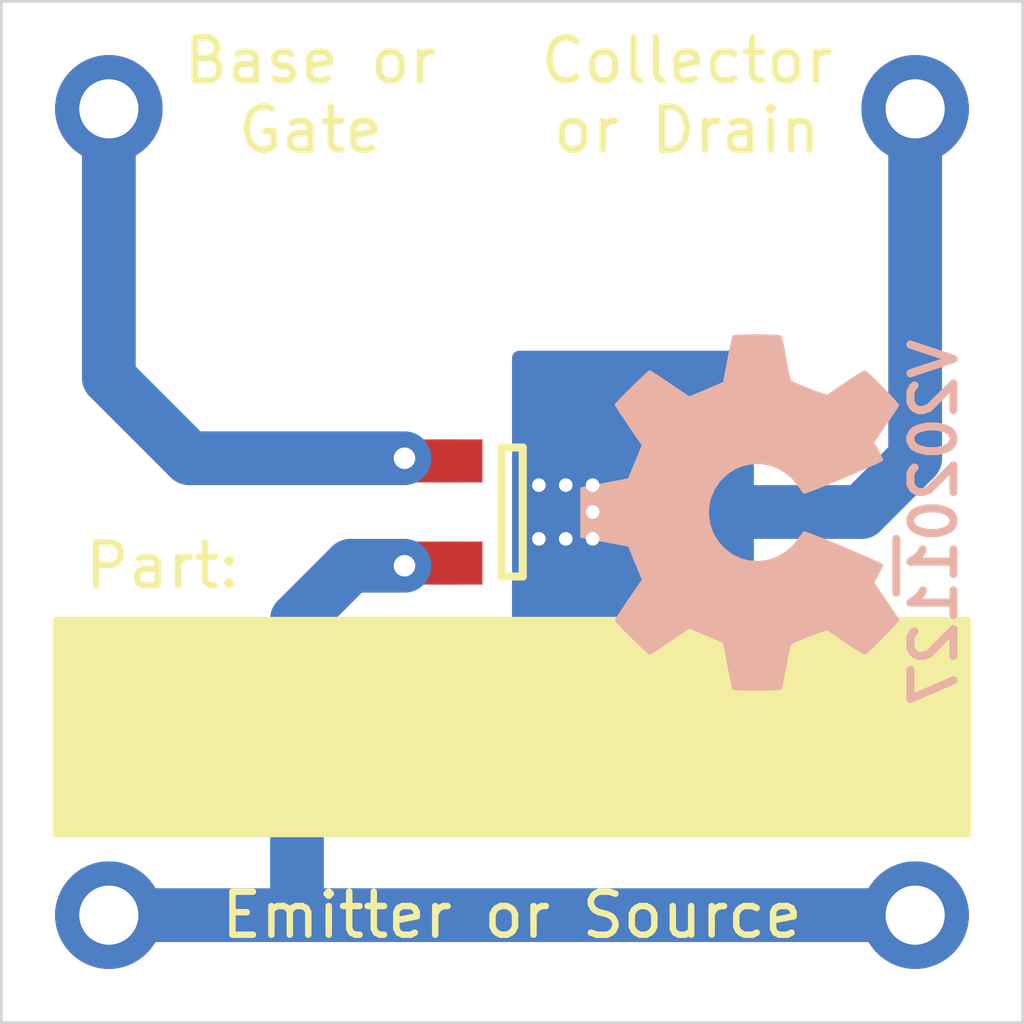
<source format=kicad_pcb>
(kicad_pcb (version 20171130) (host pcbnew 5.1.8-db9833491~87~ubuntu20.04.1)

  (general
    (thickness 1.6)
    (drawings 9)
    (tracks 24)
    (zones 0)
    (modules 7)
    (nets 4)
  )

  (page A4)
  (layers
    (0 F.Cu signal)
    (31 B.Cu signal)
    (32 B.Adhes user)
    (33 F.Adhes user)
    (34 B.Paste user)
    (35 F.Paste user)
    (36 B.SilkS user)
    (37 F.SilkS user)
    (38 B.Mask user)
    (39 F.Mask user)
    (40 Dwgs.User user)
    (41 Cmts.User user)
    (42 Eco1.User user)
    (43 Eco2.User user)
    (44 Edge.Cuts user)
    (45 Margin user)
    (46 B.CrtYd user)
    (47 F.CrtYd user)
    (48 B.Fab user)
    (49 F.Fab user)
  )

  (setup
    (last_trace_width 0.25)
    (user_trace_width 0.2)
    (user_trace_width 0.3)
    (user_trace_width 0.4)
    (user_trace_width 0.6)
    (user_trace_width 0.8)
    (user_trace_width 1)
    (user_trace_width 1.2)
    (user_trace_width 1.4)
    (user_trace_width 1.6)
    (user_trace_width 2)
    (trace_clearance 0.2)
    (zone_clearance 0.508)
    (zone_45_only no)
    (trace_min 0.1524)
    (via_size 0.8)
    (via_drill 0.4)
    (via_min_size 0.381)
    (via_min_drill 0.254)
    (user_via 0.4 0.254)
    (user_via 0.5 0.3)
    (user_via 0.6 0.4)
    (user_via 0.8 0.6)
    (user_via 1.1 0.8)
    (user_via 1.3 1)
    (user_via 1.5 1.2)
    (user_via 1.7 1.4)
    (user_via 1.9 1.6)
    (user_via 2.5 2)
    (uvia_size 0.3)
    (uvia_drill 0.1)
    (uvias_allowed no)
    (uvia_min_size 0.2)
    (uvia_min_drill 0.1)
    (edge_width 0.05)
    (segment_width 0.2)
    (pcb_text_width 0.3)
    (pcb_text_size 1.5 1.5)
    (mod_edge_width 0.25)
    (mod_text_size 0.8 0.8)
    (mod_text_width 0.12)
    (pad_size 0.8 0.9)
    (pad_drill 0)
    (pad_to_mask_clearance 0.0762)
    (solder_mask_min_width 0.1016)
    (pad_to_paste_clearance_ratio -0.1)
    (aux_axis_origin 0 0)
    (visible_elements FFFFFF7F)
    (pcbplotparams
      (layerselection 0x010fc_ffffffff)
      (usegerberextensions false)
      (usegerberattributes true)
      (usegerberadvancedattributes true)
      (creategerberjobfile true)
      (excludeedgelayer true)
      (linewidth 0.100000)
      (plotframeref false)
      (viasonmask false)
      (mode 1)
      (useauxorigin false)
      (hpglpennumber 1)
      (hpglpenspeed 20)
      (hpglpendiameter 15.000000)
      (psnegative false)
      (psa4output false)
      (plotreference true)
      (plotvalue true)
      (plotinvisibletext false)
      (padsonsilk false)
      (subtractmaskfromsilk false)
      (outputformat 1)
      (mirror false)
      (drillshape 1)
      (scaleselection 1)
      (outputdirectory ""))
  )

  (net 0 "")
  (net 1 /B)
  (net 2 /E)
  (net 3 /C)

  (net_class Default "This is the default net class."
    (clearance 0.2)
    (trace_width 0.25)
    (via_dia 0.8)
    (via_drill 0.4)
    (uvia_dia 0.3)
    (uvia_drill 0.1)
    (add_net /B)
    (add_net /C)
    (add_net /E)
  )

  (module SquantorIC:SOT23-3 (layer F.Cu) (tedit 5FBA7FFC) (tstamp 5FBAE027)
    (at 149.5 70.5 270)
    (path /5FBA8E50)
    (fp_text reference Q1 (at 0 0 90) (layer F.Fab)
      (effects (font (size 1 1) (thickness 0.15)))
    )
    (fp_text value Q_NPN_BEC (at 0 2.5 90) (layer F.Fab)
      (effects (font (size 1 1) (thickness 0.15)))
    )
    (fp_line (start 1.7 -1.1) (end 1.7 1.8) (layer F.CrtYd) (width 0.05))
    (fp_line (start 0.7 -1.1) (end 1.7 -1.1) (layer F.CrtYd) (width 0.05))
    (fp_line (start 0.7 -1.8) (end 0.7 -1.1) (layer F.CrtYd) (width 0.05))
    (fp_line (start -0.7 -1.8) (end 0.7 -1.8) (layer F.CrtYd) (width 0.05))
    (fp_line (start -0.7 -1.1) (end -0.7 -1.8) (layer F.CrtYd) (width 0.05))
    (fp_line (start -1.7 -1.1) (end -0.7 -1.1) (layer F.CrtYd) (width 0.05))
    (fp_line (start -1.7 1.8) (end -1.7 -1.1) (layer F.CrtYd) (width 0.05))
    (fp_line (start -1.7 1.8) (end 1.7 1.8) (layer F.CrtYd) (width 0.05))
    (fp_line (start -1.2 0.2) (end -1.2 -0.2) (layer F.SilkS) (width 0.15))
    (fp_line (start 1.2 0.2) (end -1.2 0.2) (layer F.SilkS) (width 0.15))
    (fp_line (start 1.2 -0.2) (end 1.2 0.2) (layer F.SilkS) (width 0.15))
    (fp_line (start -1.2 -0.2) (end 1.2 -0.2) (layer F.SilkS) (width 0.15))
    (pad 3 smd rect (at 0 -1 270) (size 0.8 0.9) (layers F.Cu F.Paste F.Mask)
      (net 3 /C) (zone_connect 2))
    (pad 2 smd rect (at 0.95 1 270) (size 0.8 0.9) (layers F.Cu F.Paste F.Mask)
      (net 2 /E))
    (pad 1 smd rect (at -0.95 1 270) (size 0.8 0.9) (layers F.Cu F.Paste F.Mask)
      (net 1 /B))
    (model ${KISYS3DMOD}/Package_TO_SOT_SMD.3dshapes/SOT-23.step
      (at (xyz 0 0 0))
      (scale (xyz 1 1 1))
      (rotate (xyz 0 0 -90))
    )
  )

  (module mill-max:PC_pin_nail_head_6092 locked (layer F.Cu) (tedit 5FB583BD) (tstamp 5FB5E4C9)
    (at 157 78)
    (path /5FB5975F)
    (fp_text reference J4 (at -3 0) (layer F.Fab)
      (effects (font (size 1 1) (thickness 0.15)))
    )
    (fp_text value "E or S" (at -3.25 0) (layer F.Fab)
      (effects (font (size 1 1) (thickness 0.15)))
    )
    (fp_circle (center 0 0) (end 1.3 0) (layer B.CrtYd) (width 0.025))
    (fp_circle (center 0 0) (end 1.3 0) (layer F.CrtYd) (width 0.025))
    (pad 1 thru_hole circle (at 0 0) (size 2 2) (drill 1.1) (layers *.Cu *.Mask)
      (net 2 /E))
  )

  (module mill-max:PC_pin_nail_head_6092 locked (layer F.Cu) (tedit 5FB583BD) (tstamp 5FB5E4C2)
    (at 157 63)
    (path /5FB592C5)
    (fp_text reference J3 (at -3 0) (layer F.Fab)
      (effects (font (size 1 1) (thickness 0.15)))
    )
    (fp_text value "C or D" (at -2.75 0) (layer F.Fab)
      (effects (font (size 1 1) (thickness 0.15)))
    )
    (fp_circle (center 0 0) (end 1.3 0) (layer B.CrtYd) (width 0.025))
    (fp_circle (center 0 0) (end 1.3 0) (layer F.CrtYd) (width 0.025))
    (pad 1 thru_hole circle (at 0 0) (size 2 2) (drill 1.1) (layers *.Cu *.Mask)
      (net 3 /C))
  )

  (module mill-max:PC_pin_nail_head_6092 locked (layer F.Cu) (tedit 5FB583BD) (tstamp 5FB5E4BB)
    (at 142 78)
    (path /5FB58352)
    (fp_text reference J2 (at 3 0) (layer F.Fab)
      (effects (font (size 1 1) (thickness 0.15)))
    )
    (fp_text value "E or S" (at 3 0) (layer F.Fab)
      (effects (font (size 1 1) (thickness 0.15)))
    )
    (fp_circle (center 0 0) (end 1.3 0) (layer B.CrtYd) (width 0.025))
    (fp_circle (center 0 0) (end 1.3 0) (layer F.CrtYd) (width 0.025))
    (pad 1 thru_hole circle (at 0 0) (size 2 2) (drill 1.1) (layers *.Cu *.Mask)
      (net 2 /E))
  )

  (module mill-max:PC_pin_nail_head_6092 locked (layer F.Cu) (tedit 5FB583BD) (tstamp 5FB5E4B4)
    (at 142 63)
    (path /5FB58B49)
    (fp_text reference J1 (at 3 0) (layer F.Fab)
      (effects (font (size 1 1) (thickness 0.15)))
    )
    (fp_text value "B or G" (at 3 0) (layer F.Fab)
      (effects (font (size 1 1) (thickness 0.15)))
    )
    (fp_circle (center 0 0) (end 1.3 0) (layer B.CrtYd) (width 0.025))
    (fp_circle (center 0 0) (end 1.3 0) (layer F.CrtYd) (width 0.025))
    (pad 1 thru_hole circle (at 0 0) (size 2 2) (drill 1.1) (layers *.Cu *.Mask)
      (net 1 /B))
  )

  (module Symbol:OSHW-Symbol_6.7x6mm_SilkScreen (layer B.Cu) (tedit 0) (tstamp 5EE12086)
    (at 153.75 70.5 270)
    (descr "Open Source Hardware Symbol")
    (tags "Logo Symbol OSHW")
    (path /5EE13678)
    (attr virtual)
    (fp_text reference N2 (at 0 0 90) (layer B.SilkS) hide
      (effects (font (size 1 1) (thickness 0.15)) (justify mirror))
    )
    (fp_text value OHWLOGO (at 0.75 0 90) (layer B.Fab) hide
      (effects (font (size 1 1) (thickness 0.15)) (justify mirror))
    )
    (fp_poly (pts (xy 0.555814 2.531069) (xy 0.639635 2.086445) (xy 0.94892 1.958947) (xy 1.258206 1.831449)
      (xy 1.629246 2.083754) (xy 1.733157 2.154004) (xy 1.827087 2.216728) (xy 1.906652 2.269062)
      (xy 1.96747 2.308143) (xy 2.005157 2.331107) (xy 2.015421 2.336058) (xy 2.03391 2.323324)
      (xy 2.07342 2.288118) (xy 2.129522 2.234938) (xy 2.197787 2.168282) (xy 2.273786 2.092646)
      (xy 2.353092 2.012528) (xy 2.431275 1.932426) (xy 2.503907 1.856836) (xy 2.566559 1.790255)
      (xy 2.614803 1.737182) (xy 2.64421 1.702113) (xy 2.651241 1.690377) (xy 2.641123 1.66874)
      (xy 2.612759 1.621338) (xy 2.569129 1.552807) (xy 2.513218 1.467785) (xy 2.448006 1.370907)
      (xy 2.410219 1.31565) (xy 2.341343 1.214752) (xy 2.28014 1.123701) (xy 2.229578 1.04703)
      (xy 2.192628 0.989272) (xy 2.172258 0.954957) (xy 2.169197 0.947746) (xy 2.176136 0.927252)
      (xy 2.195051 0.879487) (xy 2.223087 0.811168) (xy 2.257391 0.729011) (xy 2.295109 0.63973)
      (xy 2.333387 0.550042) (xy 2.36937 0.466662) (xy 2.400206 0.396306) (xy 2.423039 0.34569)
      (xy 2.435017 0.321529) (xy 2.435724 0.320578) (xy 2.454531 0.315964) (xy 2.504618 0.305672)
      (xy 2.580793 0.290713) (xy 2.677865 0.272099) (xy 2.790643 0.250841) (xy 2.856442 0.238582)
      (xy 2.97695 0.215638) (xy 3.085797 0.193805) (xy 3.177476 0.174278) (xy 3.246481 0.158252)
      (xy 3.287304 0.146921) (xy 3.295511 0.143326) (xy 3.303548 0.118994) (xy 3.310033 0.064041)
      (xy 3.31497 -0.015108) (xy 3.318364 -0.112026) (xy 3.320218 -0.220287) (xy 3.320538 -0.333465)
      (xy 3.319327 -0.445135) (xy 3.31659 -0.548868) (xy 3.312331 -0.638241) (xy 3.306555 -0.706826)
      (xy 3.299267 -0.748197) (xy 3.294895 -0.75681) (xy 3.268764 -0.767133) (xy 3.213393 -0.781892)
      (xy 3.136107 -0.799352) (xy 3.04423 -0.81778) (xy 3.012158 -0.823741) (xy 2.857524 -0.852066)
      (xy 2.735375 -0.874876) (xy 2.641673 -0.89308) (xy 2.572384 -0.907583) (xy 2.523471 -0.919292)
      (xy 2.490897 -0.929115) (xy 2.470628 -0.937956) (xy 2.458626 -0.946724) (xy 2.456947 -0.948457)
      (xy 2.440184 -0.976371) (xy 2.414614 -1.030695) (xy 2.382788 -1.104777) (xy 2.34726 -1.191965)
      (xy 2.310583 -1.285608) (xy 2.275311 -1.379052) (xy 2.243996 -1.465647) (xy 2.219193 -1.53874)
      (xy 2.203454 -1.591678) (xy 2.199332 -1.617811) (xy 2.199676 -1.618726) (xy 2.213641 -1.640086)
      (xy 2.245322 -1.687084) (xy 2.291391 -1.754827) (xy 2.348518 -1.838423) (xy 2.413373 -1.932982)
      (xy 2.431843 -1.959854) (xy 2.497699 -2.057275) (xy 2.55565 -2.146163) (xy 2.602538 -2.221412)
      (xy 2.635207 -2.27792) (xy 2.6505 -2.310581) (xy 2.651241 -2.314593) (xy 2.638392 -2.335684)
      (xy 2.602888 -2.377464) (xy 2.549293 -2.435445) (xy 2.482171 -2.505135) (xy 2.406087 -2.582045)
      (xy 2.325604 -2.661683) (xy 2.245287 -2.739561) (xy 2.169699 -2.811186) (xy 2.103405 -2.87207)
      (xy 2.050969 -2.917721) (xy 2.016955 -2.94365) (xy 2.007545 -2.947883) (xy 1.985643 -2.937912)
      (xy 1.9408 -2.91102) (xy 1.880321 -2.871736) (xy 1.833789 -2.840117) (xy 1.749475 -2.782098)
      (xy 1.649626 -2.713784) (xy 1.549473 -2.645579) (xy 1.495627 -2.609075) (xy 1.313371 -2.4858)
      (xy 1.160381 -2.56852) (xy 1.090682 -2.604759) (xy 1.031414 -2.632926) (xy 0.991311 -2.648991)
      (xy 0.981103 -2.651226) (xy 0.968829 -2.634722) (xy 0.944613 -2.588082) (xy 0.910263 -2.515609)
      (xy 0.867588 -2.421606) (xy 0.818394 -2.310374) (xy 0.76449 -2.186215) (xy 0.707684 -2.053432)
      (xy 0.649782 -1.916327) (xy 0.592593 -1.779202) (xy 0.537924 -1.646358) (xy 0.487584 -1.522098)
      (xy 0.44338 -1.410725) (xy 0.407119 -1.316539) (xy 0.380609 -1.243844) (xy 0.365658 -1.196941)
      (xy 0.363254 -1.180833) (xy 0.382311 -1.160286) (xy 0.424036 -1.126933) (xy 0.479706 -1.087702)
      (xy 0.484378 -1.084599) (xy 0.628264 -0.969423) (xy 0.744283 -0.835053) (xy 0.83143 -0.685784)
      (xy 0.888699 -0.525913) (xy 0.915086 -0.359737) (xy 0.909585 -0.191552) (xy 0.87119 -0.025655)
      (xy 0.798895 0.133658) (xy 0.777626 0.168513) (xy 0.666996 0.309263) (xy 0.536302 0.422286)
      (xy 0.390064 0.506997) (xy 0.232808 0.562806) (xy 0.069057 0.589126) (xy -0.096667 0.58537)
      (xy -0.259838 0.55095) (xy -0.415935 0.485277) (xy -0.560433 0.387765) (xy -0.605131 0.348187)
      (xy -0.718888 0.224297) (xy -0.801782 0.093876) (xy -0.858644 -0.052315) (xy -0.890313 -0.197088)
      (xy -0.898131 -0.35986) (xy -0.872062 -0.52344) (xy -0.814755 -0.682298) (xy -0.728856 -0.830906)
      (xy -0.617014 -0.963735) (xy -0.481877 -1.075256) (xy -0.464117 -1.087011) (xy -0.40785 -1.125508)
      (xy -0.365077 -1.158863) (xy -0.344628 -1.18016) (xy -0.344331 -1.180833) (xy -0.348721 -1.203871)
      (xy -0.366124 -1.256157) (xy -0.394732 -1.33339) (xy -0.432735 -1.431268) (xy -0.478326 -1.545491)
      (xy -0.529697 -1.671758) (xy -0.585038 -1.805767) (xy -0.642542 -1.943218) (xy -0.700399 -2.079808)
      (xy -0.756802 -2.211237) (xy -0.809942 -2.333205) (xy -0.85801 -2.441409) (xy -0.899199 -2.531549)
      (xy -0.931699 -2.599323) (xy -0.953703 -2.64043) (xy -0.962564 -2.651226) (xy -0.98964 -2.642819)
      (xy -1.040303 -2.620272) (xy -1.105817 -2.587613) (xy -1.141841 -2.56852) (xy -1.294832 -2.4858)
      (xy -1.477088 -2.609075) (xy -1.570125 -2.672228) (xy -1.671985 -2.741727) (xy -1.767438 -2.807165)
      (xy -1.81525 -2.840117) (xy -1.882495 -2.885273) (xy -1.939436 -2.921057) (xy -1.978646 -2.942938)
      (xy -1.991381 -2.947563) (xy -2.009917 -2.935085) (xy -2.050941 -2.900252) (xy -2.110475 -2.846678)
      (xy -2.184542 -2.777983) (xy -2.269165 -2.697781) (xy -2.322685 -2.646286) (xy -2.416319 -2.554286)
      (xy -2.497241 -2.471999) (xy -2.562177 -2.402945) (xy -2.607858 -2.350644) (xy -2.631011 -2.318616)
      (xy -2.633232 -2.312116) (xy -2.622924 -2.287394) (xy -2.594439 -2.237405) (xy -2.550937 -2.167212)
      (xy -2.495577 -2.081875) (xy -2.43152 -1.986456) (xy -2.413303 -1.959854) (xy -2.346927 -1.863167)
      (xy -2.287378 -1.776117) (xy -2.237984 -1.703595) (xy -2.202075 -1.650493) (xy -2.182981 -1.621703)
      (xy -2.181136 -1.618726) (xy -2.183895 -1.595782) (xy -2.198538 -1.545336) (xy -2.222513 -1.474041)
      (xy -2.253266 -1.388547) (xy -2.288244 -1.295507) (xy -2.324893 -1.201574) (xy -2.360661 -1.113399)
      (xy -2.392994 -1.037634) (xy -2.419338 -0.980931) (xy -2.437142 -0.949943) (xy -2.438407 -0.948457)
      (xy -2.449294 -0.939601) (xy -2.467682 -0.930843) (xy -2.497606 -0.921277) (xy -2.543103 -0.909996)
      (xy -2.608209 -0.896093) (xy -2.696961 -0.878663) (xy -2.813393 -0.856798) (xy -2.961542 -0.829591)
      (xy -2.993618 -0.823741) (xy -3.088686 -0.805374) (xy -3.171565 -0.787405) (xy -3.23493 -0.771569)
      (xy -3.271458 -0.7596) (xy -3.276356 -0.75681) (xy -3.284427 -0.732072) (xy -3.290987 -0.67679)
      (xy -3.296033 -0.597389) (xy -3.299559 -0.500296) (xy -3.301561 -0.391938) (xy -3.302036 -0.27874)
      (xy -3.300977 -0.167128) (xy -3.298382 -0.063529) (xy -3.294246 0.025632) (xy -3.288563 0.093928)
      (xy -3.281331 0.134934) (xy -3.276971 0.143326) (xy -3.252698 0.151792) (xy -3.197426 0.165565)
      (xy -3.116662 0.18345) (xy -3.015912 0.204252) (xy -2.900683 0.226777) (xy -2.837902 0.238582)
      (xy -2.718787 0.260849) (xy -2.612565 0.281021) (xy -2.524427 0.298085) (xy -2.459566 0.311031)
      (xy -2.423174 0.318845) (xy -2.417184 0.320578) (xy -2.407061 0.34011) (xy -2.385662 0.387157)
      (xy -2.355839 0.454997) (xy -2.320445 0.536909) (xy -2.282332 0.626172) (xy -2.244353 0.716065)
      (xy -2.20936 0.799865) (xy -2.180206 0.870853) (xy -2.159743 0.922306) (xy -2.150823 0.947503)
      (xy -2.150657 0.948604) (xy -2.160769 0.968481) (xy -2.189117 1.014223) (xy -2.232723 1.081283)
      (xy -2.288606 1.165116) (xy -2.353787 1.261174) (xy -2.391679 1.31635) (xy -2.460725 1.417519)
      (xy -2.52205 1.50937) (xy -2.572663 1.587256) (xy -2.609571 1.646531) (xy -2.629782 1.682549)
      (xy -2.632701 1.690623) (xy -2.620153 1.709416) (xy -2.585463 1.749543) (xy -2.533063 1.806507)
      (xy -2.467384 1.875815) (xy -2.392856 1.952969) (xy -2.313913 2.033475) (xy -2.234983 2.112837)
      (xy -2.1605 2.18656) (xy -2.094894 2.250148) (xy -2.042596 2.299106) (xy -2.008039 2.328939)
      (xy -1.996478 2.336058) (xy -1.977654 2.326047) (xy -1.932631 2.297922) (xy -1.865787 2.254546)
      (xy -1.781499 2.198782) (xy -1.684144 2.133494) (xy -1.610707 2.083754) (xy -1.239667 1.831449)
      (xy -0.621095 2.086445) (xy -0.537275 2.531069) (xy -0.453454 2.975693) (xy 0.471994 2.975693)
      (xy 0.555814 2.531069)) (layer B.SilkS) (width 0.01))
  )

  (module SquantorLabels:Label_Generic (layer B.Cu) (tedit 5D8A7D4C) (tstamp 5EE12051)
    (at 157.25 71.5 90)
    (descr "Label for general purpose use")
    (tags Label)
    (path /5EE12BF3)
    (attr smd)
    (fp_text reference N1 (at 0 -1.85 90) (layer B.Fab) hide
      (effects (font (size 1 1) (thickness 0.15)) (justify mirror))
    )
    (fp_text value V20201127 (at 0.8 0.1 90) (layer B.SilkS)
      (effects (font (size 0.8 0.8) (thickness 0.15)) (justify mirror))
    )
    (fp_line (start -0.5 -0.6) (end 0.5 -0.6) (layer B.SilkS) (width 0.15))
  )

  (gr_text Part: (at 143 71.5) (layer F.SilkS)
    (effects (font (size 0.8 0.8) (thickness 0.12)))
  )
  (gr_poly (pts (xy 158 76.5) (xy 141 76.5) (xy 141 72.5) (xy 158 72.5)) (layer F.SilkS) (width 0.1))
  (gr_text "Emitter or Source" (at 149.5 78) (layer F.SilkS)
    (effects (font (size 0.8 0.8) (thickness 0.12)))
  )
  (gr_text "Collector\nor Drain" (at 152.75 62.75) (layer F.SilkS)
    (effects (font (size 0.8 0.8) (thickness 0.12)))
  )
  (gr_text "Base or\nGate" (at 145.75 62.75) (layer F.SilkS)
    (effects (font (size 0.8 0.8) (thickness 0.12)))
  )
  (gr_line (start 159 61) (end 140 61) (layer Edge.Cuts) (width 0.05) (tstamp 5FB5E506))
  (gr_line (start 159 61) (end 159 80) (layer Edge.Cuts) (width 0.05) (tstamp 5FB5E4FA))
  (gr_line (start 140 80) (end 159 80) (layer Edge.Cuts) (width 0.05) (tstamp 5FB5E4F5))
  (gr_line (start 140 80) (end 140 61) (layer Edge.Cuts) (width 0.05))

  (via (at 147.5 69.5) (size 0.6) (drill 0.4) (layers F.Cu B.Cu) (net 1) (tstamp 5FBAE28A))
  (segment (start 147.55 69.55) (end 147.5 69.5) (width 0.8) (layer F.Cu) (net 1))
  (segment (start 148.5 69.55) (end 147.55 69.55) (width 0.8) (layer F.Cu) (net 1))
  (segment (start 142 63) (end 142 68) (width 1) (layer B.Cu) (net 1))
  (segment (start 143.5 69.5) (end 147.5 69.5) (width 1) (layer B.Cu) (net 1))
  (segment (start 142 68) (end 143.5 69.5) (width 1) (layer B.Cu) (net 1))
  (via (at 147.5 71.5) (size 0.6) (drill 0.4) (layers F.Cu B.Cu) (net 2))
  (segment (start 147.55 71.45) (end 147.5 71.5) (width 0.8) (layer F.Cu) (net 2))
  (segment (start 148.5 71.45) (end 147.55 71.45) (width 0.8) (layer F.Cu) (net 2))
  (segment (start 145.5 78) (end 145.5 72.5) (width 1) (layer B.Cu) (net 2))
  (segment (start 142 78) (end 145.5 78) (width 1) (layer B.Cu) (net 2))
  (segment (start 145.5 78) (end 157 78) (width 1) (layer B.Cu) (net 2))
  (segment (start 146.5 71.5) (end 147.5 71.5) (width 1) (layer B.Cu) (net 2))
  (segment (start 145.5 72.5) (end 146.5 71.5) (width 1) (layer B.Cu) (net 2))
  (via (at 150 70) (size 0.4) (drill 0.254) (layers F.Cu B.Cu) (net 3))
  (via (at 150.5 70) (size 0.4) (drill 0.254) (layers F.Cu B.Cu) (net 3) (tstamp 5FBAE471))
  (via (at 151 70) (size 0.4) (drill 0.254) (layers F.Cu B.Cu) (net 3) (tstamp 5FBAE473))
  (via (at 151 70.5) (size 0.4) (drill 0.254) (layers F.Cu B.Cu) (net 3) (tstamp 5FBAE475))
  (via (at 151 71) (size 0.4) (drill 0.254) (layers F.Cu B.Cu) (net 3) (tstamp 5FBAE477))
  (via (at 150.5 71) (size 0.4) (drill 0.254) (layers F.Cu B.Cu) (net 3) (tstamp 5FBAE479))
  (via (at 150 71) (size 0.4) (drill 0.254) (layers F.Cu B.Cu) (net 3) (tstamp 5FBAE47B))
  (segment (start 157 63) (end 157 69.5) (width 1) (layer B.Cu) (net 3))
  (segment (start 156 70.5) (end 151 70.5) (width 1) (layer B.Cu) (net 3))
  (segment (start 157 69.5) (end 156 70.5) (width 1) (layer B.Cu) (net 3))

  (zone (net 3) (net_name /C) (layer F.Cu) (tstamp 0) (hatch edge 0.508)
    (connect_pads (clearance 0.508))
    (min_thickness 0.254)
    (fill yes (arc_segments 32) (thermal_gap 0.508) (thermal_bridge_width 0.508))
    (polygon
      (pts
        (xy 151.5 71.5) (xy 149.5 71.5) (xy 149.5 69.5) (xy 151.5 69.5)
      )
    )
    (filled_polygon
      (pts
        (xy 151.373 71.373) (xy 149.627 71.373) (xy 149.627 69.627) (xy 151.373 69.627)
      )
    )
  )
  (zone (net 3) (net_name /C) (layer B.Cu) (tstamp 0) (hatch edge 0.508)
    (connect_pads (clearance 0.508))
    (min_thickness 0.254)
    (fill yes (arc_segments 32) (thermal_gap 0.508) (thermal_bridge_width 0.508))
    (polygon
      (pts
        (xy 154 73.5) (xy 149.5 73.5) (xy 149.5 67.5) (xy 154 67.5)
      )
    )
    (filled_polygon
      (pts
        (xy 153.873 73.373) (xy 149.627 73.373) (xy 149.627 67.627) (xy 153.873 67.627)
      )
    )
  )
)

</source>
